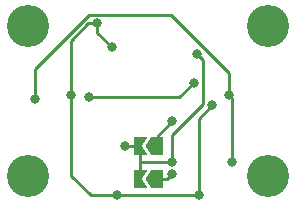
<source format=gbr>
%TF.GenerationSoftware,KiCad,Pcbnew,7.0.8-7.0.8~ubuntu22.04.1*%
%TF.CreationDate,2023-11-20T16:19:22-08:00*%
%TF.ProjectId,uv_abc_sensor,75765f61-6263-45f7-9365-6e736f722e6b,rev?*%
%TF.SameCoordinates,Original*%
%TF.FileFunction,Copper,L2,Bot*%
%TF.FilePolarity,Positive*%
%FSLAX46Y46*%
G04 Gerber Fmt 4.6, Leading zero omitted, Abs format (unit mm)*
G04 Created by KiCad (PCBNEW 7.0.8-7.0.8~ubuntu22.04.1) date 2023-11-20 16:19:22*
%MOMM*%
%LPD*%
G01*
G04 APERTURE LIST*
G04 Aperture macros list*
%AMFreePoly0*
4,1,6,1.000000,0.000000,0.500000,-0.750000,-0.500000,-0.750000,-0.500000,0.750000,0.500000,0.750000,1.000000,0.000000,1.000000,0.000000,$1*%
%AMFreePoly1*
4,1,6,0.500000,-0.750000,-0.650000,-0.750000,-0.150000,0.000000,-0.650000,0.750000,0.500000,0.750000,0.500000,-0.750000,0.500000,-0.750000,$1*%
G04 Aperture macros list end*
%TA.AperFunction,ComponentPad*%
%ADD10C,3.570000*%
%TD*%
%TA.AperFunction,SMDPad,CuDef*%
%ADD11FreePoly0,180.000000*%
%TD*%
%TA.AperFunction,SMDPad,CuDef*%
%ADD12FreePoly1,180.000000*%
%TD*%
%TA.AperFunction,ViaPad*%
%ADD13C,0.800000*%
%TD*%
%TA.AperFunction,Conductor*%
%ADD14C,0.250000*%
%TD*%
G04 APERTURE END LIST*
D10*
%TO.P,M3,~*%
%TO.N,N/C*%
X73660000Y-66040000D03*
%TD*%
%TO.P,M2,~*%
%TO.N,N/C*%
X73660000Y-53340000D03*
%TD*%
%TO.P,M1,~*%
%TO.N,N/C*%
X53340000Y-53340000D03*
%TD*%
%TO.P,M4,~*%
%TO.N,N/C*%
X53340000Y-66040000D03*
%TD*%
D11*
%TO.P,JP2,1,A*%
%TO.N,Net-(JP2-A)*%
X64225000Y-66294000D03*
D12*
%TO.P,JP2,2,B*%
%TO.N,+3.3V*%
X62775000Y-66294000D03*
%TD*%
D11*
%TO.P,JP1,1,A*%
%TO.N,Net-(JP1-A)*%
X64225000Y-63500000D03*
D12*
%TO.P,JP1,2,B*%
%TO.N,+3.3V*%
X62775000Y-63500000D03*
%TD*%
D13*
%TO.N,+3.3V*%
X61518800Y-63474600D03*
X65532000Y-64897000D03*
X67640200Y-55727600D03*
%TO.N,VCC*%
X67767200Y-67691000D03*
X60833000Y-67691000D03*
X68935600Y-60071000D03*
X59182000Y-53136800D03*
X60401200Y-55143400D03*
X56972200Y-59207400D03*
%TO.N,/SDA*%
X70312000Y-59169200D03*
X53888000Y-59512200D03*
X70581400Y-64904400D03*
%TO.N,/SCL*%
X67360800Y-58140600D03*
X58521600Y-59359800D03*
%TO.N,Net-(JP1-A)*%
X65534467Y-61431534D03*
%TO.N,Net-(JP2-A)*%
X65505700Y-65910000D03*
%TD*%
D14*
%TO.N,+3.3V*%
X65532000Y-64897000D02*
X62851200Y-64897000D01*
X61518800Y-63474600D02*
X62749600Y-63474600D01*
X62749600Y-63474600D02*
X62775000Y-63500000D01*
X62775000Y-64820800D02*
X62775000Y-66294000D01*
X65532000Y-64897000D02*
X65532000Y-62585600D01*
X68173600Y-59944000D02*
X68173600Y-56261000D01*
X62775000Y-63500000D02*
X62775000Y-64820800D01*
X62851200Y-64897000D02*
X62775000Y-64820800D01*
X65532000Y-62585600D02*
X68173600Y-59944000D01*
X68173600Y-56261000D02*
X67640200Y-55727600D01*
%TO.N,VCC*%
X56972200Y-54584600D02*
X58420000Y-53136800D01*
X68935600Y-60071000D02*
X67767200Y-61239400D01*
X67767200Y-67691000D02*
X60833000Y-67691000D01*
X58648600Y-67691000D02*
X56972200Y-66014600D01*
X59182000Y-53924200D02*
X59182000Y-53136800D01*
X60833000Y-67691000D02*
X58648600Y-67691000D01*
X67767200Y-61239400D02*
X67767200Y-67691000D01*
X56972200Y-66014600D02*
X56972200Y-59207400D01*
X60401200Y-55143400D02*
X59182000Y-53924200D01*
X58420000Y-53136800D02*
X59182000Y-53136800D01*
X56972200Y-59207400D02*
X56972200Y-54584600D01*
%TO.N,/SDA*%
X65408600Y-52395800D02*
X70312000Y-57299200D01*
X53888000Y-56981200D02*
X58473400Y-52395800D01*
X58473400Y-52395800D02*
X65408600Y-52395800D01*
X70312000Y-59169200D02*
X70581400Y-59438600D01*
X53888000Y-59512200D02*
X53888000Y-56981200D01*
X70312000Y-57299200D02*
X70312000Y-59169200D01*
X70581400Y-59438600D02*
X70581400Y-64904400D01*
%TO.N,/SCL*%
X58521600Y-59359800D02*
X66141600Y-59359800D01*
X66141600Y-59359800D02*
X67360800Y-58140600D01*
%TO.N,Net-(JP1-A)*%
X64225000Y-62741001D02*
X65534467Y-61431534D01*
X64225000Y-63500000D02*
X64225000Y-62741001D01*
%TO.N,Net-(JP2-A)*%
X64225000Y-66294000D02*
X65121700Y-66294000D01*
X65121700Y-66294000D02*
X65505700Y-65910000D01*
%TD*%
M02*

</source>
